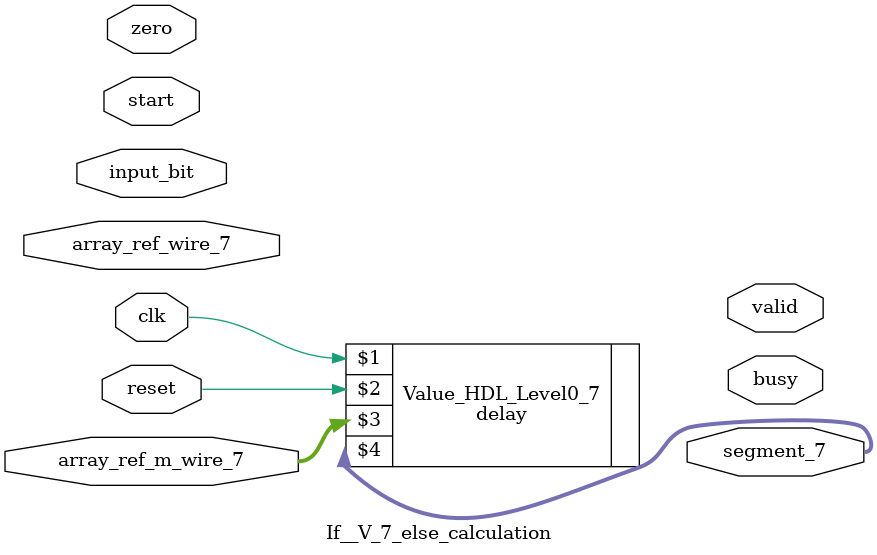
<source format=v>
module If__V_7_else_calculation(input [31:0]input_bit, input [31:0]zero, input [31:0]array_ref_wire_7, input [31:0]array_ref_m_wire_7, output [31:0]segment_7, input clk, input reset, input start, output valid, output busy);



	//Proceed with segment_7 = delay(array_ref_m_wire_7) 
	wire [31:0]segment_7;
	delay Value_HDL_Level0_7 ( clk, reset, array_ref_m_wire_7, segment_7);




endmodule

</source>
